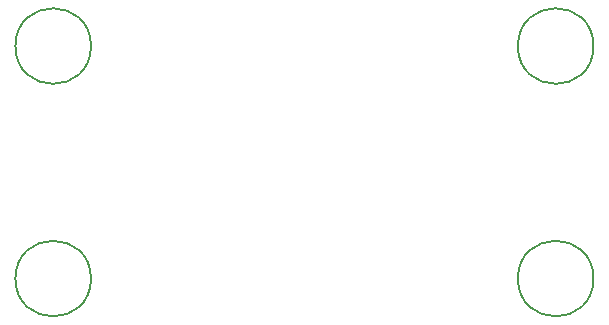
<source format=gbr>
G04 #@! TF.GenerationSoftware,KiCad,Pcbnew,(5.1.4-0-10_14)*
G04 #@! TF.CreationDate,2022-05-27T16:39:41+02:00*
G04 #@! TF.ProjectId,new_rele,6e65775f-7265-46c6-952e-6b696361645f,rev?*
G04 #@! TF.SameCoordinates,Original*
G04 #@! TF.FileFunction,Other,Comment*
%FSLAX46Y46*%
G04 Gerber Fmt 4.6, Leading zero omitted, Abs format (unit mm)*
G04 Created by KiCad (PCBNEW (5.1.4-0-10_14)) date 2022-05-27 16:39:41*
%MOMM*%
%LPD*%
G04 APERTURE LIST*
%ADD10C,0.150000*%
G04 APERTURE END LIST*
D10*
X83210000Y-68580000D02*
G75*
G03X83210000Y-68580000I-3200000J0D01*
G01*
X40665000Y-68580000D02*
G75*
G03X40665000Y-68580000I-3200000J0D01*
G01*
X83210000Y-48895000D02*
G75*
G03X83210000Y-48895000I-3200000J0D01*
G01*
X40665000Y-48895000D02*
G75*
G03X40665000Y-48895000I-3200000J0D01*
G01*
M02*

</source>
